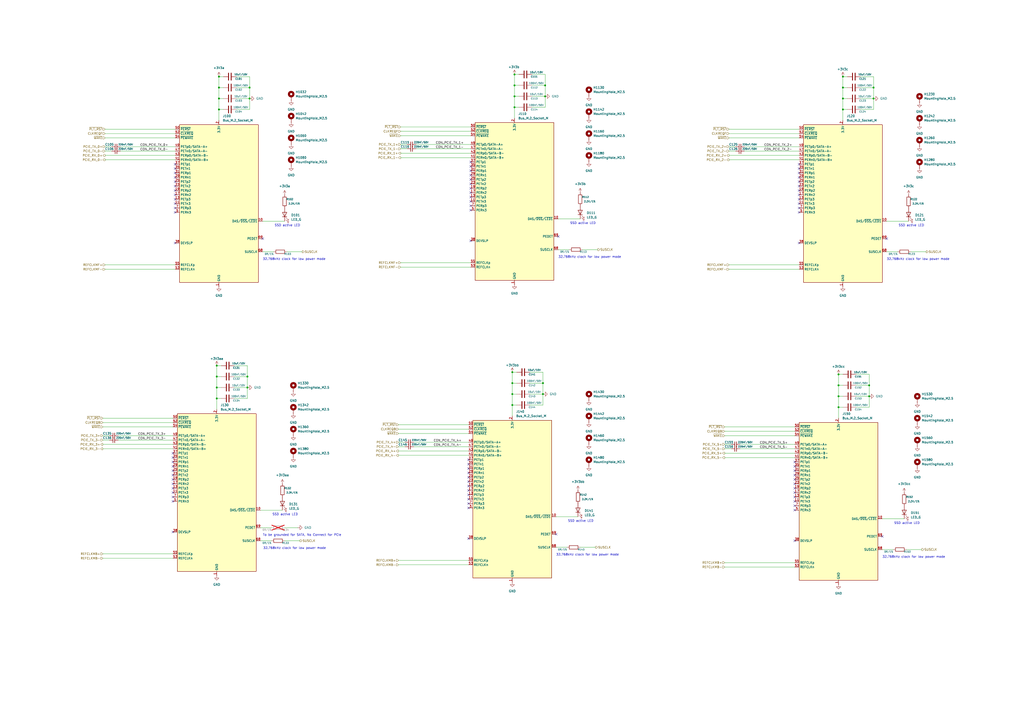
<source format=kicad_sch>
(kicad_sch (version 20231120) (generator "eeschema") (generator_version "8.0")
  (paper "A2")
  (title_block (title "nvme Carrier for LattePanda Mu") (date "2024-07-13") (rev "V1.0"))
  (junction (at 297.18 228.6))
  (junction (at 127 44.45))
  (junction (at 486.41 217.17))
  (junction (at 127 50.8))
  (junction (at 127 57.15))
  (junction (at 125.73 224.79))
  (junction (at 316.23 55.88))
  (junction (at 506.73 57.15))
  (junction (at 127 63.5))
  (junction (at 314.96 228.6))
  (junction (at 143.51 218.44))
  (junction (at 297.18 222.25))
  (junction (at 298.45 62.23))
  (junction (at 298.45 43.18))
  (junction (at 125.73 218.44))
  (junction (at 488.95 57.15))
  (junction (at 488.95 50.8))
  (junction (at 486.41 229.87))
  (junction (at 298.45 49.53))
  (junction (at 125.73 231.14))
  (junction (at 486.41 223.52))
  (junction (at 144.78 50.8))
  (junction (at 486.41 236.22))
  (junction (at 504.19 229.87))
  (junction (at 314.96 222.25))
  (junction (at 144.78 57.15))
  (junction (at 143.51 224.79))
  (junction (at 297.18 234.95))
  (junction (at 506.73 50.8))
  (junction (at 488.95 44.45))
  (junction (at 297.18 215.9))
  (junction (at 316.23 49.53))
  (junction (at 504.19 223.52))
  (junction (at 488.95 63.5))
  (junction (at 298.45 55.88))
  (junction (at 125.73 212.09))
  (no_connect (at 101.6 123.19))
  (no_connect (at 271.78 289.56))
  (no_connect (at 271.78 269.24))
  (no_connect (at 463.55 97.79))
  (no_connect (at 273.05 96.52))
  (no_connect (at 461.01 285.75))
  (no_connect (at 152.4 138.43))
  (no_connect (at 271.78 276.86))
  (no_connect (at 461.01 273.05))
  (no_connect (at 271.78 266.7))
  (no_connect (at 463.55 102.87))
  (no_connect (at 463.55 113.03))
  (no_connect (at 100.33 308.61))
  (no_connect (at 101.6 115.57))
  (no_connect (at 323.85 137.16))
  (no_connect (at 101.6 107.95))
  (no_connect (at 101.6 110.49))
  (no_connect (at 463.55 118.11))
  (no_connect (at 463.55 140.97))
  (no_connect (at 101.6 102.87))
  (no_connect (at 273.05 104.14))
  (no_connect (at 463.55 105.41))
  (no_connect (at 273.05 121.92))
  (no_connect (at 271.78 287.02))
  (no_connect (at 101.6 120.65))
  (no_connect (at 463.55 95.25))
  (no_connect (at 273.05 109.22))
  (no_connect (at 463.55 110.49))
  (no_connect (at 322.58 309.88))
  (no_connect (at 461.01 275.59))
  (no_connect (at 511.81 311.15))
  (no_connect (at 461.01 290.83))
  (no_connect (at 101.6 140.97))
  (no_connect (at 100.33 265.43))
  (no_connect (at 273.05 93.98))
  (no_connect (at 463.55 100.33))
  (no_connect (at 273.05 101.6))
  (no_connect (at 100.33 273.05))
  (no_connect (at 101.6 118.11))
  (no_connect (at 271.78 284.48))
  (no_connect (at 461.01 278.13))
  (no_connect (at 461.01 313.69))
  (no_connect (at 273.05 106.68))
  (no_connect (at 461.01 267.97))
  (no_connect (at 100.33 290.83))
  (no_connect (at 100.33 270.51))
  (no_connect (at 271.78 274.32))
  (no_connect (at 463.55 115.57))
  (no_connect (at 100.33 267.97))
  (no_connect (at 463.55 120.65))
  (no_connect (at 461.01 283.21))
  (no_connect (at 271.78 271.78))
  (no_connect (at 101.6 105.41))
  (no_connect (at 461.01 293.37))
  (no_connect (at 273.05 119.38))
  (no_connect (at 461.01 295.91))
  (no_connect (at 271.78 292.1))
  (no_connect (at 101.6 95.25))
  (no_connect (at 100.33 285.75))
  (no_connect (at 271.78 279.4))
  (no_connect (at 514.35 138.43))
  (no_connect (at 101.6 97.79))
  (no_connect (at 271.78 312.42))
  (no_connect (at 461.01 280.67))
  (no_connect (at 461.01 288.29))
  (no_connect (at 271.78 281.94))
  (no_connect (at 273.05 114.3))
  (no_connect (at 100.33 262.89))
  (no_connect (at 463.55 123.19))
  (no_connect (at 100.33 288.29))
  (no_connect (at 271.78 294.64))
  (no_connect (at 273.05 139.7))
  (no_connect (at 273.05 116.84))
  (no_connect (at 100.33 280.67))
  (no_connect (at 100.33 278.13))
  (no_connect (at 273.05 111.76))
  (no_connect (at 100.33 283.21))
  (no_connect (at 100.33 275.59))
  (no_connect (at 461.01 270.51))
  (no_connect (at 463.55 107.95))
  (no_connect (at 273.05 99.06))
  (no_connect (at 101.6 113.03))
  (no_connect (at 101.6 100.33))
  (wire (pts (xy 504.19 217.17) (xy 504.19 223.52)))
  (wire (pts (xy 308.61 49.53) (xy 316.23 49.53)))
  (wire (pts (xy 528.32 146.05) (xy 537.21 146.05)))
  (wire (pts (xy 514.35 128.27) (xy 527.05 128.27)))
  (wire (pts (xy 125.73 231.14) (xy 125.73 237.49)))
  (wire (pts (xy 307.34 215.9) (xy 314.96 215.9)))
  (wire (pts (xy 298.45 49.53) (xy 298.45 55.88)))
  (wire (pts (xy 316.23 49.53) (xy 316.23 55.88)))
  (wire (pts (xy 59.69 257.81) (xy 100.33 257.81)))
  (wire (pts (xy 486.41 236.22) (xy 486.41 242.57)))
  (wire (pts (xy 165.1 306.07) (xy 172.72 306.07)))
  (wire (pts (xy 144.78 50.8) (xy 144.78 57.15)))
  (wire (pts (xy 232.41 152.4) (xy 273.05 152.4)))
  (wire (pts (xy 491.49 63.5) (xy 488.95 63.5)))
  (wire (pts (xy 431.8 85.09) (xy 463.55 85.09)))
  (wire (pts (xy 499.11 63.5) (xy 506.73 63.5)))
  (wire (pts (xy 231.14 248.92) (xy 271.78 248.92)))
  (wire (pts (xy 232.41 88.9) (xy 273.05 88.9)))
  (wire (pts (xy 68.58 252.73) (xy 100.33 252.73)))
  (wire (pts (xy 307.34 234.95) (xy 314.96 234.95)))
  (wire (pts (xy 298.45 62.23) (xy 298.45 68.58)))
  (wire (pts (xy 60.96 87.63) (xy 64.77 87.63)))
  (wire (pts (xy 166.37 146.05) (xy 175.26 146.05)))
  (wire (pts (xy 299.72 234.95) (xy 297.18 234.95)))
  (wire (pts (xy 506.73 44.45) (xy 506.73 50.8)))
  (wire (pts (xy 151.13 313.69) (xy 157.48 313.69)))
  (wire (pts (xy 420.37 257.81) (xy 424.18 257.81)))
  (wire (pts (xy 59.69 323.85) (xy 100.33 323.85)))
  (wire (pts (xy 297.18 222.25) (xy 299.72 222.25)))
  (wire (pts (xy 488.95 50.8) (xy 488.95 57.15)))
  (wire (pts (xy 314.96 222.25) (xy 314.96 228.6)))
  (wire (pts (xy 151.13 306.07) (xy 157.48 306.07)))
  (wire (pts (xy 420.37 326.39) (xy 461.01 326.39)))
  (wire (pts (xy 429.26 260.35) (xy 461.01 260.35)))
  (wire (pts (xy 422.91 156.21) (xy 463.55 156.21)))
  (wire (pts (xy 499.11 57.15) (xy 506.73 57.15)))
  (wire (pts (xy 488.95 50.8) (xy 491.49 50.8)))
  (wire (pts (xy 486.41 229.87) (xy 486.41 236.22)))
  (wire (pts (xy 232.41 83.82) (xy 236.22 83.82)))
  (wire (pts (xy 322.58 317.5) (xy 328.93 317.5)))
  (wire (pts (xy 127 63.5) (xy 127 69.85)))
  (wire (pts (xy 59.69 321.31) (xy 100.33 321.31)))
  (wire (pts (xy 420.37 328.93) (xy 461.01 328.93)))
  (wire (pts (xy 127 50.8) (xy 127 57.15)))
  (wire (pts (xy 316.23 43.18) (xy 316.23 49.53)))
  (wire (pts (xy 127 44.45) (xy 129.54 44.45)))
  (wire (pts (xy 511.81 318.77) (xy 518.16 318.77)))
  (wire (pts (xy 59.69 260.35) (xy 100.33 260.35)))
  (wire (pts (xy 298.45 43.18) (xy 300.99 43.18)))
  (wire (pts (xy 420.37 250.19) (xy 461.01 250.19)))
  (wire (pts (xy 420.37 260.35) (xy 424.18 260.35)))
  (wire (pts (xy 232.41 154.94) (xy 273.05 154.94)))
  (wire (pts (xy 144.78 44.45) (xy 144.78 50.8)))
  (wire (pts (xy 129.54 57.15) (xy 127 57.15)))
  (wire (pts (xy 323.85 144.78) (xy 330.2 144.78)))
  (wire (pts (xy 506.73 50.8) (xy 506.73 57.15)))
  (wire (pts (xy 499.11 44.45) (xy 506.73 44.45)))
  (wire (pts (xy 125.73 218.44) (xy 125.73 224.79)))
  (wire (pts (xy 420.37 265.43) (xy 461.01 265.43)))
  (wire (pts (xy 491.49 57.15) (xy 488.95 57.15)))
  (wire (pts (xy 297.18 228.6) (xy 297.18 234.95)))
  (wire (pts (xy 231.14 246.38) (xy 271.78 246.38)))
  (wire (pts (xy 137.16 50.8) (xy 144.78 50.8)))
  (wire (pts (xy 240.03 259.08) (xy 271.78 259.08)))
  (wire (pts (xy 129.54 63.5) (xy 127 63.5)))
  (wire (pts (xy 127 44.45) (xy 127 50.8)))
  (wire (pts (xy 231.14 259.08) (xy 234.95 259.08)))
  (wire (pts (xy 125.73 224.79) (xy 125.73 231.14)))
  (wire (pts (xy 60.96 74.93) (xy 101.6 74.93)))
  (wire (pts (xy 496.57 217.17) (xy 504.19 217.17)))
  (wire (pts (xy 232.41 73.66) (xy 273.05 73.66)))
  (wire (pts (xy 308.61 55.88) (xy 316.23 55.88)))
  (wire (pts (xy 60.96 80.01) (xy 101.6 80.01)))
  (wire (pts (xy 60.96 85.09) (xy 64.77 85.09)))
  (wire (pts (xy 137.16 44.45) (xy 144.78 44.45)))
  (wire (pts (xy 300.99 55.88) (xy 298.45 55.88)))
  (wire (pts (xy 300.99 62.23) (xy 298.45 62.23)))
  (wire (pts (xy 299.72 228.6) (xy 297.18 228.6)))
  (wire (pts (xy 298.45 49.53) (xy 300.99 49.53)))
  (wire (pts (xy 240.03 256.54) (xy 271.78 256.54)))
  (wire (pts (xy 504.19 236.22) (xy 504.19 229.87)))
  (wire (pts (xy 60.96 153.67) (xy 101.6 153.67)))
  (wire (pts (xy 231.14 327.66) (xy 271.78 327.66)))
  (wire (pts (xy 336.55 317.5) (xy 345.44 317.5)))
  (wire (pts (xy 68.58 255.27) (xy 100.33 255.27)))
  (wire (pts (xy 135.89 224.79) (xy 143.51 224.79)))
  (wire (pts (xy 60.96 156.21) (xy 101.6 156.21)))
  (wire (pts (xy 232.41 86.36) (xy 236.22 86.36)))
  (wire (pts (xy 60.96 92.71) (xy 101.6 92.71)))
  (wire (pts (xy 297.18 222.25) (xy 297.18 228.6)))
  (wire (pts (xy 297.18 215.9) (xy 299.72 215.9)))
  (wire (pts (xy 486.41 217.17) (xy 486.41 223.52)))
  (wire (pts (xy 486.41 217.17) (xy 488.95 217.17)))
  (wire (pts (xy 422.91 77.47) (xy 463.55 77.47)))
  (wire (pts (xy 128.27 224.79) (xy 125.73 224.79)))
  (wire (pts (xy 488.95 229.87) (xy 486.41 229.87)))
  (wire (pts (xy 511.81 300.99) (xy 524.51 300.99)))
  (wire (pts (xy 488.95 236.22) (xy 486.41 236.22)))
  (wire (pts (xy 422.91 153.67) (xy 463.55 153.67)))
  (wire (pts (xy 59.69 245.11) (xy 100.33 245.11)))
  (wire (pts (xy 232.41 78.74) (xy 273.05 78.74)))
  (wire (pts (xy 297.18 215.9) (xy 297.18 222.25)))
  (wire (pts (xy 504.19 223.52) (xy 504.19 229.87)))
  (wire (pts (xy 59.69 242.57) (xy 100.33 242.57)))
  (wire (pts (xy 420.37 262.89) (xy 461.01 262.89)))
  (wire (pts (xy 422.91 85.09) (xy 426.72 85.09)))
  (wire (pts (xy 60.96 90.17) (xy 101.6 90.17)))
  (wire (pts (xy 297.18 234.95) (xy 297.18 241.3)))
  (wire (pts (xy 488.95 63.5) (xy 488.95 69.85)))
  (wire (pts (xy 431.8 87.63) (xy 463.55 87.63)))
  (wire (pts (xy 488.95 44.45) (xy 488.95 50.8)))
  (wire (pts (xy 241.3 83.82) (xy 273.05 83.82)))
  (wire (pts (xy 60.96 77.47) (xy 101.6 77.47)))
  (wire (pts (xy 125.73 212.09) (xy 125.73 218.44)))
  (wire (pts (xy 488.95 44.45) (xy 491.49 44.45)))
  (wire (pts (xy 127 50.8) (xy 129.54 50.8)))
  (wire (pts (xy 506.73 63.5) (xy 506.73 57.15)))
  (wire (pts (xy 337.82 144.78) (xy 346.71 144.78)))
  (wire (pts (xy 151.13 295.91) (xy 163.83 295.91)))
  (wire (pts (xy 152.4 128.27) (xy 165.1 128.27)))
  (wire (pts (xy 135.89 231.14) (xy 143.51 231.14)))
  (wire (pts (xy 232.41 76.2) (xy 273.05 76.2)))
  (wire (pts (xy 125.73 218.44) (xy 128.27 218.44)))
  (wire (pts (xy 125.73 212.09) (xy 128.27 212.09)))
  (wire (pts (xy 488.95 57.15) (xy 488.95 63.5)))
  (wire (pts (xy 232.41 91.44) (xy 273.05 91.44)))
  (wire (pts (xy 135.89 212.09) (xy 143.51 212.09)))
  (wire (pts (xy 143.51 231.14) (xy 143.51 224.79)))
  (wire (pts (xy 307.34 222.25) (xy 314.96 222.25)))
  (wire (pts (xy 231.14 261.62) (xy 271.78 261.62)))
  (wire (pts (xy 137.16 57.15) (xy 144.78 57.15)))
  (wire (pts (xy 143.51 212.09) (xy 143.51 218.44)))
  (wire (pts (xy 496.57 229.87) (xy 504.19 229.87)))
  (wire (pts (xy 241.3 86.36) (xy 273.05 86.36)))
  (wire (pts (xy 422.91 92.71) (xy 463.55 92.71)))
  (wire (pts (xy 59.69 255.27) (xy 63.5 255.27)))
  (wire (pts (xy 152.4 146.05) (xy 158.75 146.05)))
  (wire (pts (xy 231.14 264.16) (xy 271.78 264.16)))
  (wire (pts (xy 323.85 127) (xy 336.55 127)))
  (wire (pts (xy 231.14 256.54) (xy 234.95 256.54)))
  (wire (pts (xy 422.91 90.17) (xy 463.55 90.17)))
  (wire (pts (xy 298.45 55.88) (xy 298.45 62.23)))
  (wire (pts (xy 128.27 231.14) (xy 125.73 231.14)))
  (wire (pts (xy 69.85 85.09) (xy 101.6 85.09)))
  (wire (pts (xy 314.96 234.95) (xy 314.96 228.6)))
  (wire (pts (xy 135.89 218.44) (xy 143.51 218.44)))
  (wire (pts (xy 486.41 223.52) (xy 486.41 229.87)))
  (wire (pts (xy 422.91 87.63) (xy 426.72 87.63)))
  (wire (pts (xy 496.57 223.52) (xy 504.19 223.52)))
  (wire (pts (xy 496.57 236.22) (xy 504.19 236.22)))
  (wire (pts (xy 486.41 223.52) (xy 488.95 223.52)))
  (wire (pts (xy 429.26 257.81) (xy 461.01 257.81)))
  (wire (pts (xy 231.14 251.46) (xy 271.78 251.46)))
  (wire (pts (xy 137.16 63.5) (xy 144.78 63.5)))
  (wire (pts (xy 231.14 325.12) (xy 271.78 325.12)))
  (wire (pts (xy 525.78 318.77) (xy 534.67 318.77)))
  (wire (pts (xy 298.45 43.18) (xy 298.45 49.53)))
  (wire (pts (xy 308.61 43.18) (xy 316.23 43.18)))
  (wire (pts (xy 420.37 247.65) (xy 461.01 247.65)))
  (wire (pts (xy 127 57.15) (xy 127 63.5)))
  (wire (pts (xy 314.96 215.9) (xy 314.96 222.25)))
  (wire (pts (xy 165.1 313.69) (xy 173.99 313.69)))
  (wire (pts (xy 143.51 218.44) (xy 143.51 224.79)))
  (wire (pts (xy 316.23 62.23) (xy 316.23 55.88)))
  (wire (pts (xy 422.91 80.01) (xy 463.55 80.01)))
  (wire (pts (xy 499.11 50.8) (xy 506.73 50.8)))
  (wire (pts (xy 514.35 146.05) (xy 520.7 146.05)))
  (wire (pts (xy 307.34 228.6) (xy 314.96 228.6)))
  (wire (pts (xy 144.78 63.5) (xy 144.78 57.15)))
  (wire (pts (xy 59.69 252.73) (xy 63.5 252.73)))
  (wire (pts (xy 420.37 252.73) (xy 461.01 252.73)))
  (wire (pts (xy 59.69 247.65) (xy 100.33 247.65)))
  (wire (pts (xy 69.85 87.63) (xy 101.6 87.63)))
  (wire (pts (xy 308.61 62.23) (xy 316.23 62.23)))
  (wire (pts (xy 422.91 74.93) (xy 463.55 74.93)))
  (wire (pts (xy 322.58 299.72) (xy 335.28 299.72)))
  (text "SSD active LED" (at 157.988 299.212 0) (effects (font (size 1.27 1.27)) (justify left bottom)))
  (text "To be grounded for SATA, No Connect for PCIe" (at 152.4 311.15 0) (effects (font (size 1.27 1.27)) (justify left bottom)))
  (text "SSD active LED" (at 159.258 131.572 0) (effects (font (size 1.27 1.27)) (justify left bottom)))
  (text "SSD active LED" (at 329.438 303.022 0) (effects (font (size 1.27 1.27)) (justify left bottom)))
  (text "32.768kHz clock for low power mode" (at 152.4 151.13 0) (effects (font (size 1.27 1.27)) (justify left bottom)))
  (text "SSD active LED" (at 518.668 304.292 0) (effects (font (size 1.27 1.27)) (justify left bottom)))
  (text "SSD active LED" (at 521.208 131.572 0) (effects (font (size 1.27 1.27)) (justify left bottom)))
  (text "32.768kHz clock for low power mode" (at 511.81 323.85 0) (effects (font (size 1.27 1.27)) (justify left bottom)))
  (text "32.768kHz clock for low power mode" (at 322.58 322.58 0) (effects (font (size 1.27 1.27)) (justify left bottom)))
  (text "32.768kHz clock for low power mode" (at 152.654 318.77 0) (effects (font (size 1.27 1.27)) (justify left bottom)))
  (text "32.768kHz clock for low power mode" (at 514.35 151.13 0) (effects (font (size 1.27 1.27)) (justify left bottom)))
  (text "SSD active LED" (at 330.708 130.302 0) (effects (font (size 1.27 1.27)) (justify left bottom)))
  (text "32.768kHz clock for low power mode" (at 323.85 149.86 0) (effects (font (size 1.27 1.27)) (justify left bottom)))
  (label "CON_PCIE_TX_0-" (at 81.28 87.63 0))
  (label "CON_PCIE_TX_4+" (at 251.46 256.54 0))
  (label "CON_PCIE_TX_0+" (at 81.28 85.09 0))
  (label "CON_PCIE_TX_5-" (at 440.69 260.35 0))
  (label "CON_PCIE_TX_1+" (at 252.73 83.82 0))
  (label "CON_PCIE_TX_5+" (at 440.69 257.81 0))
  (label "CON_PCIE_TX_2-" (at 443.23 87.63 0))
  (label "CON_PCIE_TX_2+" (at 443.23 85.09 0))
  (label "CON_PCIE_TX_3+" (at 80.01 252.73 0))
  (label "CON_PCIE_TX_4-" (at 251.46 259.08 0))
  (label "CON_PCIE_TX_3-" (at 80.01 255.27 0))
  (label "CON_PCIE_TX_1-" (at 252.73 86.36 0))
  (hierarchical_label "SUSCLK" (shape output) (at 537.21 146.05 0))
  (hierarchical_label "REFCLKMF+" (shape input) (at 60.96 153.67 180))
  (hierarchical_label "~{WAKE}" (shape input) (at 232.41 78.74 180))
  (hierarchical_label "CLKREQF" (shape input) (at 60.96 77.47 180))
  (hierarchical_label "PCIE_TX_5-" (shape input) (at 420.37 260.35 180))
  (hierarchical_label "~{WAKE}" (shape input) (at 60.96 80.01 180))
  (hierarchical_label "PCIE_RX_5+" (shape output) (at 420.37 262.89 180))
  (hierarchical_label "~{WAKE}" (shape input) (at 231.14 251.46 180))
  (hierarchical_label "CLKREQF" (shape input) (at 232.41 76.2 180))
  (hierarchical_label "SUSCLK" (shape output) (at 175.26 146.05 0))
  (hierarchical_label "~{PLT_RST}" (shape input) (at 232.41 73.66 180))
  (hierarchical_label "~{WAKE}" (shape input) (at 422.91 80.01 180))
  (hierarchical_label "PCIE_RX_3-" (shape output) (at 59.69 260.35 180))
  (hierarchical_label "PCIE_TX_1+" (shape input) (at 232.41 83.82 180))
  (hierarchical_label "PCIE_TX_2-" (shape input) (at 422.91 87.63 180))
  (hierarchical_label "PCIE_RX_0+" (shape output) (at 60.96 90.17 180))
  (hierarchical_label "~{PLT_RST}" (shape input) (at 420.37 247.65 180))
  (hierarchical_label "REFCLKMF+" (shape input) (at 422.91 153.67 180))
  (hierarchical_label "~{PLT_RST}" (shape input) (at 59.69 242.57 180))
  (hierarchical_label "REFCLKMF-" (shape input) (at 232.41 154.94 180))
  (hierarchical_label "PCIE_RX_5-" (shape output) (at 420.37 265.43 180))
  (hierarchical_label "PCIE_RX_2+" (shape output) (at 422.91 90.17 180))
  (hierarchical_label "SUSCLK" (shape output) (at 173.99 313.69 0))
  (hierarchical_label "PCIE_TX_3+" (shape input) (at 59.69 252.73 180))
  (hierarchical_label "PCIE_RX_1+" (shape output) (at 232.41 88.9 180))
  (hierarchical_label "PCIE_RX_4+" (shape output) (at 231.14 261.62 180))
  (hierarchical_label "PCIE_TX_4+" (shape input) (at 231.14 256.54 180))
  (hierarchical_label "CLKREQB" (shape input) (at 231.14 248.92 180))
  (hierarchical_label "PCIE_TX_4-" (shape input) (at 231.14 259.08 180))
  (hierarchical_label "PCIE_RX_0-" (shape output) (at 60.96 92.71 180))
  (hierarchical_label "~{PLT_RST}" (shape input) (at 422.91 74.93 180))
  (hierarchical_label "REFCLKMB-" (shape input) (at 59.69 323.85 180))
  (hierarchical_label "REFCLKMB-" (shape input) (at 420.37 328.93 180))
  (hierarchical_label "PCIE_TX_0+" (shape input) (at 60.96 85.09 180))
  (hierarchical_label "PCIE_RX_2-" (shape output) (at 422.91 92.71 180))
  (hierarchical_label "REFCLKMF+" (shape input) (at 232.41 152.4 180))
  (hierarchical_label "CLKREQB" (shape input) (at 420.37 250.19 180))
  (hierarchical_label "PCIE_TX_0-" (shape input) (at 60.96 87.63 180))
  (hierarchical_label "PCIE_RX_1-" (shape output) (at 232.41 91.44 180))
  (hierarchical_label "REFCLKMB+" (shape input) (at 420.37 326.39 180))
  (hierarchical_label "REFCLKMB-" (shape input) (at 231.14 327.66 180))
  (hierarchical_label "REFCLKMB+" (shape input) (at 59.69 321.31 180))
  (hierarchical_label "REFCLKMB+" (shape input) (at 231.14 325.12 180))
  (hierarchical_label "PCIE_TX_3-" (shape input) (at 59.69 255.27 180))
  (hierarchical_label "PCIE_TX_5+" (shape input) (at 420.37 257.81 180))
  (hierarchical_label "SUSCLK" (shape output) (at 346.71 144.78 0))
  (hierarchical_label "REFCLKMF-" (shape input) (at 422.91 156.21 180))
  (hierarchical_label "PCIE_RX_3+" (shape output) (at 59.69 257.81 180))
  (hierarchical_label "SUSCLK" (shape output) (at 534.67 318.77 0))
  (hierarchical_label "CLKREQB" (shape input) (at 59.69 245.11 180))
  (hierarchical_label "~{PLT_RST}" (shape input) (at 60.96 74.93 180))
  (hierarchical_label "~{WAKE}" (shape input) (at 420.37 252.73 180))
  (hierarchical_label "PCIE_RX_4-" (shape output) (at 231.14 264.16 180))
  (hierarchical_label "SUSCLK" (shape output) (at 345.44 317.5 0))
  (hierarchical_label "~{PLT_RST}" (shape input) (at 231.14 246.38 180))
  (hierarchical_label "PCIE_TX_2+" (shape input) (at 422.91 85.09 180))
  (hierarchical_label "PCIE_TX_1-" (shape input) (at 232.41 86.36 180))
  (hierarchical_label "REFCLKMF-" (shape input) (at 60.96 156.21 180))
  (hierarchical_label "CLKREQF" (shape input) (at 422.91 77.47 180))
  (hierarchical_label "~{WAKE}" (shape input) (at 59.69 247.65 180))
  (symbol (lib_id "Connector:Bus_M.2_Socket_M") (at 127 118.11 0) (unit 1)
    (property "Reference" "J100" (at 129.1941 67.31 0) (effects (justify left)))
    (property "Value" "Bus_M.2_Socket_M" (at 129.1941 69.85 0) (effects (justify left)))
    (property "Footprint" "A_HDJ_Library:PCIe_M.2_Connectors_P=0.5mm_H=4.2mm_KeyM" (effects (hide yes)))
    (property "Datasheet" "https://www.te.com/de/product-1-2199230-5.datasheet.pdf" (effects (hide yes)))
    (property "MPN" "1-2199230-5" (effects (hide yes)))
  )
  (symbol (lib_id "Device:R") (at 161.29 306.07 90) (unit 1) (in_bom no) (dnp yes)
    (property "Reference" "R134" (at 167.64 307.34 90) (effects (font (size 1 1)) (justify left)))
    (property "Value" "0R/1%" (at 157.48 307.34 90) (effects (font (size 1 1)) (justify left)))
    (property "Footprint" "Resistor_SMD:R_0402_1005Metric" (effects (hide yes)))
  )
  (symbol (lib_id "power:GND") (at 314.96 228.6 90) (unit 1)
    (property "Reference" "#PWR0141" (effects (hide yes)))
    (property "Value" "GND" (at 318.77 228.6 90) (effects (justify right)))
  )
  (symbol (lib_id "Device:C") (at 492.76 217.17 270) (unit 1)
    (property "Reference" "C151" (at 497.84 218.44 90) (effects (font (size 1 1))))
    (property "Value" "10uF/10V" (at 499.11 215.9 90) (effects (font (size 1 1))))
    (property "Footprint" "A_HDJ_Library:C_0402_1005Metric" (effects (hide yes)))
    (property "Datasheet" "https://wmsc.lcsc.com/wmsc/upload/file/pdf/v2/lcsc/2312201433_Samsung-Electro-Mechanics-CL05A106MP5NUNC_C315248.pdf" (effects (hide yes)))
    (property "SCH_Show_Footprint" "C0402" (effects (hide yes)))
    (property "MPN" "CL05A106MP5NUNC" (effects (hide yes)))
  )
  (symbol (lib_id "Device:C") (at 133.35 63.5 270) (unit 1)
    (property "Reference" "C104" (at 138.43 64.77 90) (effects (font (size 1 1))))
    (property "Value" "100nF/50V" (at 139.7 62.23 90) (effects (font (size 1 1))))
    (property "Footprint" "A_HDJ_Library:C_0402_1005Metric" (effects (hide yes)))
    (property "Datasheet" "https://wmsc.lcsc.com/wmsc/upload/file/pdf/v2/lcsc/1809272047_Murata-Electronics-GRM155R71H104KE14D_C77020.pdf" (effects (hide yes)))
    (property "SCH_Show_Footprint" "C0402" (effects (hide yes)))
    (property "MPN" "GRM155R71H104KE14D" (effects (hide yes)))
  )
  (symbol (lib_id "power:+3V3") (at 486.41 217.17 0) (unit 1)
    (property "Reference" "#PWR0145" (effects (hide yes)))
    (property "Value" "+3V3cc" (at 482.6 212.598 0) (effects (justify left)))
  )
  (symbol (lib_id "Mechanical:MountingHole_Pad") (at 532.13 231.14 0) (unit 1)
    (property "Reference" "H1530" (at 534.67 228.6 0) (effects (justify left)))
    (property "Value" "MountingHole_M2.5" (at 534.67 231.14 0) (effects (justify left)))
    (property "Footprint" "MountingHole:MountingHole_2.7mm_M2.5_DIN965_Pad_TopBottom" (effects (hide yes)))
  )
  (symbol (lib_id "Device:C") (at 303.53 234.95 270) (unit 1)
    (property "Reference" "C144" (at 308.61 236.22 90) (effects (font (size 1 1))))
    (property "Value" "100nF/50V" (at 309.88 233.68 90) (effects (font (size 1 1))))
    (property "Footprint" "A_HDJ_Library:C_0402_1005Metric" (effects (hide yes)))
    (property "Datasheet" "https://wmsc.lcsc.com/wmsc/upload/file/pdf/v2/lcsc/1809272047_Murata-Electronics-GRM155R71H104KE14D_C77020.pdf" (effects (hide yes)))
    (property "SCH_Show_Footprint" "C0402" (effects (hide yes)))
    (property "MPN" "GRM155R71H104KE14D" (effects (hide yes)))
  )
  (symbol (lib_id "Mechanical:MountingHole_Pad") (at 533.4 95.25 0) (unit 1)
    (property "Reference" "H1280" (at 535.94 92.7099 0) (effects (justify left)))
    (property "Value" "MountingHole_M2.5" (at 535.94 95.2499 0) (effects (justify left)))
    (property "Footprint" "MountingHole:MountingHole_2.7mm_M2.5_DIN965_Pad_TopBottom" (effects (hide yes)))
  )
  (symbol (lib_id "Mechanical:MountingHole_Pad") (at 341.63 242.57 0) (unit 1)
    (property "Reference" "H1442" (at 344.17 240.0299 0) (effects (justify left)))
    (property "Value" "MountingHole_M2.5" (at 344.17 242.5699 0) (effects (justify left)))
    (property "Footprint" "MountingHole:MountingHole_2.7mm_M2.5_DIN965_Pad_TopBottom" (effects (hide yes)))
  )
  (symbol (lib_id "power:GND") (at 168.91 83.82 0) (unit 1)
    (property "Reference" "#PWR0157" (effects (hide yes)))
    (property "Value" "GND" (at 168.91 88.9 0))
  )
  (symbol (lib_id "power:GND") (at 504.19 229.87 90) (unit 1)
    (property "Reference" "#PWR0147" (effects (hide yes)))
    (property "Value" "GND" (at 508 229.87 90) (effects (justify right)))
  )
  (symbol (lib_id "power:GND") (at 533.4 85.09 0) (unit 1)
    (property "Reference" "#PWR0165" (effects (hide yes)))
    (property "Value" "GND" (at 533.4 90.17 0))
  )
  (symbol (lib_id "Device:R") (at 336.55 115.57 180) (unit 1)
    (property "Reference" "R112" (at 341.63 114.3 0) (effects (font (size 1 1)) (justify left)))
    (property "Value" "2.2K/1%" (at 345.44 116.84 0) (effects (font (size 1 1)) (justify left)))
    (property "Footprint" "A_HDJ_Library:R_0402_1005Metric" (effects (hide yes)))
    (property "Datasheet" "https://wmsc.lcsc.com/wmsc/upload/file/pdf/v2/lcsc/2304140030_YAGEO-RC0402FR-072K2L_C114762.pdf" (effects (hide yes)))
    (property "MPN" "RC0402FR-072K2L" (effects (hide yes)))
  )
  (symbol (lib_id "Device:C_Small") (at 238.76 86.36 90) (unit 1)
    (property "Reference" "C116" (at 237.49 85.09 90) (effects (justify left)))
    (property "Value" "220nF/50V" (at 240.03 85.09 90) (effects (font (size 1 1)) (justify right)))
    (property "Footprint" "A_HDJ_Library:C_0402_1005Metric" (effects (hide yes)))
    (property "Datasheet" "https://wmsc.lcsc.com/wmsc/upload/file/pdf/v2/lcsc/2209081730_Murata-Electronics-GRM155R61H224KE01D_C5159775.pdf" (effects (hide yes)))
    (property "SCH_Show_Footprint" "C0402" (effects (hide yes)))
    (property "MPN" "GRM155R61H224KE01D" (effects (hide yes)))
    (instances (project "nvme Carrier for LattePanda Mu" (path "" (reference "C116") (unit 1))) (project "LPM-PCIeEx" (path "" (reference "C?") (unit 1))))
  )
  (symbol (lib_id "Device:C") (at 492.76 223.52 270) (unit 1)
    (property "Reference" "C152" (at 497.84 224.79 90) (effects (font (size 1 1))))
    (property "Value" "100nF/50V" (at 499.11 222.25 90) (effects (font (size 1 1))))
    (property "Footprint" "A_HDJ_Library:C_0402_1005Metric" (effects (hide yes)))
    (property "Datasheet" "https://wmsc.lcsc.com/wmsc/upload/file/pdf/v2/lcsc/1809272047_Murata-Electronics-GRM155R71H104KE14D_C77020.pdf" (effects (hide yes)))
    (property "SCH_Show_Footprint" "C0402" (effects (hide yes)))
    (property "MPN" "GRM155R71H104KE14D" (effects (hide yes)))
  )
  (symbol (lib_id "Device:C_Small") (at 66.04 255.27 90) (unit 1)
    (property "Reference" "C136" (at 64.77 254 90) (effects (justify left)))
    (property "Value" "220nF/50V" (at 67.31 254 90) (effects (font (size 1 1)) (justify right)))
    (property "Footprint" "A_HDJ_Library:C_0402_1005Metric" (effects (hide yes)))
    (property "Datasheet" "https://wmsc.lcsc.com/wmsc/upload/file/pdf/v2/lcsc/2209081730_Murata-Electronics-GRM155R61H224KE01D_C5159775.pdf" (effects (hide yes)))
    (property "SCH_Show_Footprint" "C0402" (effects (hide yes)))
    (property "MPN" "GRM155R61H224KE01D" (effects (hide yes)))
  )
  (symbol (lib_id "Device:C") (at 495.3 57.15 270) (unit 1)
    (property "Reference" "C123" (at 500.38 58.42 90) (effects (font (size 1 1))))
    (property "Value" "10uF/10V" (at 501.65 55.88 90) (effects (font (size 1 1))))
    (property "Footprint" "A_HDJ_Library:C_0402_1005Metric" (effects (hide yes)))
    (property "Datasheet" "https://wmsc.lcsc.com/wmsc/upload/file/pdf/v2/lcsc/2312201433_Samsung-Electro-Mechanics-CL05A106MP5NUNC_C315248.pdf" (effects (hide yes)))
    (property "SCH_Show_Footprint" "C0402" (effects (hide yes)))
    (property "MPN" "CL05A106MP5NUNC" (effects (hide yes)))
  )
  (symbol (lib_id "power:+3V3") (at 165.1 113.03 0) (unit 1)
    (property "Reference" "#PWR0124" (effects (hide yes)))
    (property "Value" "+3V3a" (at 165.1 107.95 0))
  )
  (symbol (lib_id "power:GND") (at 168.91 58.42 0) (unit 1)
    (property "Reference" "#PWR070" (effects (hide yes)))
    (property "Value" "GND" (at 168.91 63.5 0))
  )
  (symbol (lib_id "power:+3V3") (at 335.28 284.48 0) (unit 1)
    (property "Reference" "#PWR0142" (effects (hide yes)))
    (property "Value" "+3V3bb" (at 335.28 279.4 0))
  )
  (symbol (lib_id "Connector:Bus_M.2_Socket_M") (at 486.41 290.83 0) (unit 1)
    (property "Reference" "J150" (at 488.6041 240.03 0) (effects (justify left)))
    (property "Value" "Bus_M.2_Socket_M" (at 488.6041 242.57 0) (effects (justify left)))
    (property "Footprint" "A_HDJ_Library:PCIe_M.2_Connectors_P=0.5mm_H=4.2mm_KeyM" (effects (hide yes)))
    (property "Datasheet" "https://www.te.com/de/product-1-2199230-5.datasheet.pdf" (effects (hide yes)))
    (property "MPN" "1-2199230-5" (effects (hide yes)))
  )
  (symbol (lib_id "Device:C") (at 304.8 55.88 270) (unit 1)
    (property "Reference" "C113" (at 309.88 57.15 90) (effects (font (size 1 1))))
    (property "Value" "10uF/10V" (at 311.15 54.61 90) (effects (font (size 1 1))))
    (property "Footprint" "A_HDJ_Library:C_0402_1005Metric" (effects (hide yes)))
    (property "Datasheet" "https://wmsc.lcsc.com/wmsc/upload/file/pdf/v2/lcsc/2312201433_Samsung-Electro-Mechanics-CL05A106MP5NUNC_C315248.pdf" (effects (hide yes)))
    (property "SCH_Show_Footprint" "C0402" (effects (hide yes)))
    (property "MPN" "CL05A106MP5NUNC" (effects (hide yes)))
  )
  (symbol (lib_id "Connector:Bus_M.2_Socket_M") (at 125.73 285.75 0) (unit 1)
    (property "Reference" "J130" (at 127.9241 234.95 0) (effects (justify left)))
    (property "Value" "Bus_M.2_Socket_M" (at 127.9241 237.49 0) (effects (justify left)))
    (property "Footprint" "A_HDJ_Library:PCIe_M.2_Connectors_P=0.5mm_H=4.2mm_KeyM" (effects (hide yes)))
    (property "Datasheet" "https://www.te.com/de/product-1-2199230-5.datasheet.pdf" (effects (hide yes)))
    (property "MPN" "1-2199230-5" (effects (hide yes)))
  )
  (symbol (lib_id "Device:C") (at 133.35 44.45 270) (unit 1)
    (property "Reference" "C101" (at 138.43 45.72 90) (effects (font (size 1 1))))
    (property "Value" "10uF/10V" (at 139.7 43.18 90) (effects (font (size 1 1))))
    (property "Footprint" "A_HDJ_Library:C_0402_1005Metric" (effects (hide yes)))
    (property "Datasheet" "https://wmsc.lcsc.com/wmsc/upload/file/pdf/v2/lcsc/2312201433_Samsung-Electro-Mechanics-CL05A106MP5NUNC_C315248.pdf" (effects (hide yes)))
    (property "SCH_Show_Footprint" "C0402" (effects (hide yes)))
    (property "MPN" "CL05A106MP5NUNC" (effects (hide yes)))
  )
  (symbol (lib_id "power:GND") (at 170.18 240.03 0) (unit 1)
    (property "Reference" "#PWR0168" (effects (hide yes)))
    (property "Value" "GND" (at 170.18 245.11 0))
  )
  (symbol (lib_id "Device:R") (at 524.51 146.05 90) (unit 1)
    (property "Reference" "R123" (at 530.86 147.32 90) (effects (font (size 1 1)) (justify left)))
    (property "Value" "0R/1%" (at 520.7 147.32 90) (effects (font (size 1 1)) (justify left)))
    (property "Footprint" "A_HDJ_Library:R_0402_1005Metric" (effects (hide yes)))
    (property "Datasheet" "https://wmsc.lcsc.com/wmsc/upload/file/pdf/v2/lcsc/2304140030_TyoHM-RMC-0402-0R-N_C325377.pdf" (effects (hide yes)))
    (property "MPN" "RMC 0402 0R N" (effects (hide yes)))
  )
  (symbol (lib_id "Device:C") (at 132.08 224.79 270) (unit 1)
    (property "Reference" "C133" (at 137.16 226.06 90) (effects (font (size 1 1))))
    (property "Value" "10uF/10V" (at 138.43 223.52 90) (effects (font (size 1 1))))
    (property "Footprint" "A_HDJ_Library:C_0402_1005Metric" (effects (hide yes)))
    (property "Datasheet" "https://wmsc.lcsc.com/wmsc/upload/file/pdf/v2/lcsc/2312201433_Samsung-Electro-Mechanics-CL05A106MP5NUNC_C315248.pdf" (effects (hide yes)))
    (property "SCH_Show_Footprint" "C0402" (effects (hide yes)))
    (property "MPN" "CL05A106MP5NUNC" (effects (hide yes)))
  )
  (symbol (lib_id "Device:LED") (at 335.28 295.91 90) (unit 1)
    (property "Reference" "D141" (at 339.09 296.2274 90) (effects (justify right)))
    (property "Value" "LED_G" (at 339.09 298.7674 90) (effects (justify right)))
    (property "Footprint" "A_HDJ_Library:LED_0603_1608Metric" (effects (hide yes)))
    (property "Datasheet" "https://wmsc.lcsc.com/wmsc/upload/file/pdf/v2/lcsc/1912111437_Yongyu-Photoelectric-SZYY0603YG_C434423.pdf" (effects (hide yes)))
    (property "SCH_Show_Footprint" "LED0603" (effects (hide yes)))
    (property "MPN" "SZYY0603YG" (effects (hide yes)))
  )
  (symbol (lib_id "Mechanical:MountingHole_Pad") (at 341.63 267.97 0) (unit 1)
    (property "Reference" "H1480" (at 344.17 265.4299 0) (effects (justify left)))
    (property "Value" "MountingHole_M2.5" (at 344.17 267.9699 0) (effects (justify left)))
    (property "Footprint" "MountingHole:MountingHole_2.7mm_M2.5_DIN965_Pad_TopBottom" (effects (hide yes)))
  )
  (symbol (lib_id "power:GND") (at 170.18 265.43 0) (unit 1)
    (property "Reference" "#PWR0170" (effects (hide yes)))
    (property "Value" "GND" (at 170.18 270.51 0))
  )
  (symbol (lib_id "power:GND") (at 168.91 96.52 0) (unit 1)
    (property "Reference" "#PWR0158" (effects (hide yes)))
    (property "Value" "GND" (at 168.91 101.6 0))
  )
  (symbol (lib_id "power:GND") (at 316.23 55.88 90) (unit 1)
    (property "Reference" "#PWR067" (effects (hide yes)))
    (property "Value" "GND" (at 320.04 55.88 90) (effects (justify right)))
  )
  (symbol (lib_id "Mechanical:MountingHole_Pad") (at 168.91 93.98 0) (unit 1)
    (property "Reference" "H1080" (at 171.45 91.4399 0) (effects (justify left)))
    (property "Value" "MountingHole_M2.5" (at 171.45 93.9799 0) (effects (justify left)))
    (property "Footprint" "MountingHole:MountingHole_2.7mm_M2.5_DIN965_Pad_TopBottom" (effects (hide yes)))
  )
  (symbol (lib_id "Device:LED") (at 336.55 123.19 90) (unit 1)
    (property "Reference" "D111" (at 340.36 123.5074 90) (effects (justify right)))
    (property "Value" "LED_G" (at 340.36 126.0474 90) (effects (justify right)))
    (property "Footprint" "A_HDJ_Library:LED_0603_1608Metric" (effects (hide yes)))
    (property "Datasheet" "https://wmsc.lcsc.com/wmsc/upload/file/pdf/v2/lcsc/1912111437_Yongyu-Photoelectric-SZYY0603YG_C434423.pdf" (effects (hide yes)))
    (property "SCH_Show_Footprint" "LED0603" (effects (hide yes)))
    (property "MPN" "SZYY0603YG" (effects (hide yes)))
  )
  (symbol (lib_id "power:GND") (at 341.63 93.98 0) (unit 1)
    (property "Reference" "#PWR0162" (effects (hide yes)))
    (property "Value" "GND" (at 341.63 99.06 0))
  )
  (symbol (lib_id "power:GND") (at 532.13 233.68 0) (unit 1)
    (property "Reference" "#PWR0175" (effects (hide yes)))
    (property "Value" "GND" (at 532.13 238.76 0))
  )
  (symbol (lib_id "Mechanical:MountingHole_Pad") (at 341.63 53.34 0) (unit 1)
    (property "Reference" "H1130" (at 344.17 50.8 0) (effects (justify left)))
    (property "Value" "MountingHole_M2.5" (at 344.17 53.34 0) (effects (justify left)))
    (property "Footprint" "MountingHole:MountingHole_2.7mm_M2.5_DIN965_Pad_TopBottom" (effects (hide yes)))
  )
  (symbol (lib_id "Mechanical:MountingHole_Pad") (at 532.13 256.54 0) (unit 1)
    (property "Reference" "H1560" (at 534.67 253.9999 0) (effects (justify left)))
    (property "Value" "MountingHole_M2.5" (at 534.67 256.5399 0) (effects (justify left)))
    (property "Footprint" "MountingHole:MountingHole_2.7mm_M2.5_DIN965_Pad_TopBottom" (effects (hide yes)))
  )
  (symbol (lib_id "power:+3V3") (at 524.51 285.75 0) (unit 1)
    (property "Reference" "#PWR0148" (effects (hide yes)))
    (property "Value" "+3V3cc" (at 524.51 280.67 0))
  )
  (symbol (lib_id "Device:R") (at 163.83 284.48 180) (unit 1)
    (property "Reference" "R132" (at 168.91 283.21 0) (effects (font (size 1 1)) (justify left)))
    (property "Value" "2.2K/1%" (at 172.72 285.75 0) (effects (font (size 1 1)) (justify left)))
    (property "Footprint" "A_HDJ_Library:R_0402_1005Metric" (effects (hide yes)))
    (property "Datasheet" "https://wmsc.lcsc.com/wmsc/upload/file/pdf/v2/lcsc/2304140030_YAGEO-RC0402FR-072K2L_C114762.pdf" (effects (hide yes)))
    (property "MPN" "RC0402FR-072K2L" (effects (hide yes)))
  )
  (symbol (lib_id "power:GND") (at 532.13 271.78 0) (unit 1)
    (property "Reference" "#PWR0178" (effects (hide yes)))
    (property "Value" "GND" (at 532.13 276.86 0))
  )
  (symbol (lib_id "Device:R") (at 161.29 313.69 90) (unit 1)
    (property "Reference" "R133" (at 167.64 314.96 90) (effects (font (size 1 1)) (justify left)))
    (property "Value" "0R/1%" (at 157.48 314.96 90) (effects (font (size 1 1)) (justify left)))
    (property "Footprint" "A_HDJ_Library:R_0402_1005Metric" (effects (hide yes)))
    (property "Datasheet" "https://wmsc.lcsc.com/wmsc/upload/file/pdf/v2/lcsc/2304140030_TyoHM-RMC-0402-0R-N_C325377.pdf" (effects (hide yes)))
    (property "MPN" "RMC 0402 0R N" (effects (hide yes)))
  )
  (symbol (lib_id "Device:R") (at 332.74 317.5 90) (unit 1)
    (property "Reference" "R143" (at 339.09 318.77 90) (effects (font (size 1 1)) (justify left)))
    (property "Value" "0R/1%" (at 328.93 318.77 90) (effects (font (size 1 1)) (justify left)))
    (property "Footprint" "A_HDJ_Library:R_0402_1005Metric" (effects (hide yes)))
    (property "Datasheet" "https://wmsc.lcsc.com/wmsc/upload/file/pdf/v2/lcsc/2304140030_TyoHM-RMC-0402-0R-N_C325377.pdf" (effects (hide yes)))
    (property "MPN" "RMC 0402 0R N" (effects (hide yes)))
  )
  (symbol (lib_id "Device:C") (at 133.35 50.8 270) (unit 1)
    (property "Reference" "C102" (at 138.43 52.07 90) (effects (font (size 1 1))))
    (property "Value" "100nF/50V" (at 139.7 49.53 90) (effects (font (size 1 1))))
    (property "Footprint" "A_HDJ_Library:C_0402_1005Metric" (effects (hide yes)))
    (property "Datasheet" "https://wmsc.lcsc.com/wmsc/upload/file/pdf/v2/lcsc/1809272047_Murata-Electronics-GRM155R71H104KE14D_C77020.pdf" (effects (hide yes)))
    (property "SCH_Show_Footprint" "C0402" (effects (hide yes)))
    (property "MPN" "GRM155R71H104KE14D" (effects (hide yes)))
  )
  (symbol (lib_id "power:GND") (at 168.91 71.12 0) (unit 1)
    (property "Reference" "#PWR071" (effects (hide yes)))
    (property "Value" "GND" (at 168.91 76.2 0))
  )
  (symbol (lib_id "power:GND") (at 486.41 339.09 0) (unit 1)
    (property "Reference" "#PWR0146" (effects (hide yes)))
    (property "Value" "GND" (at 486.41 344.17 0))
  )
  (symbol (lib_id "power:GND") (at 488.95 166.37 0) (unit 1)
    (property "Reference" "#PWR0128" (effects (hide yes)))
    (property "Value" "GND" (at 488.95 171.45 0))
  )
  (symbol (lib_id "Device:C") (at 303.53 215.9 270) (unit 1)
    (property "Reference" "C141" (at 308.61 217.17 90) (effects (font (size 1 1))))
    (property "Value" "10uF/10V" (at 309.88 214.63 90) (effects (font (size 1 1))))
    (property "Footprint" "A_HDJ_Library:C_0402_1005Metric" (effects (hide yes)))
    (property "Datasheet" "https://wmsc.lcsc.com/wmsc/upload/file/pdf/v2/lcsc/2312201433_Samsung-Electro-Mechanics-CL05A106MP5NUNC_C315248.pdf" (effects (hide yes)))
    (property "SCH_Show_Footprint" "C0402" (effects (hide yes)))
    (property "MPN" "CL05A106MP5NUNC" (effects (hide yes)))
  )
  (symbol (lib_id "Device:R") (at 524.51 289.56 180) (unit 1)
    (property "Reference" "R152" (at 529.59 288.29 0) (effects (font (size 1 1)) (justify left)))
    (property "Value" "2.2K/1%" (at 533.4 290.83 0) (effects (font (size 1 1)) (justify left)))
    (property "Footprint" "A_HDJ_Library:R_0402_1005Metric" (effects (hide yes)))
    (property "Datasheet" "https://wmsc.lcsc.com/wmsc/upload/file/pdf/v2/lcsc/2304140030_YAGEO-RC0402FR-072K2L_C114762.pdf" (effects (hide yes)))
    (property "MPN" "RC0402FR-072K2L" (effects (hide yes)))
  )
  (symbol (lib_id "Device:C") (at 492.76 236.22 270) (unit 1)
    (property "Reference" "C154" (at 497.84 237.49 90) (effects (font (size 1 1))))
    (property "Value" "100nF/50V" (at 499.11 234.95 90) (effects (font (size 1 1))))
    (property "Footprint" "A_HDJ_Library:C_0402_1005Metric" (effects (hide yes)))
    (property "Datasheet" "https://wmsc.lcsc.com/wmsc/upload/file/pdf/v2/lcsc/1809272047_Murata-Electronics-GRM155R71H104KE14D_C77020.pdf" (effects (hide yes)))
    (property "SCH_Show_Footprint" "C0402" (effects (hide yes)))
    (property "MPN" "GRM155R71H104KE14D" (effects (hide yes)))
  )
  (symbol (lib_id "power:GND") (at 532.13 259.08 0) (unit 1)
    (property "Reference" "#PWR0177" (effects (hide yes)))
    (property "Value" "GND" (at 532.13 264.16 0))
  )
  (symbol (lib_id "power:GND") (at 341.63 81.28 0) (unit 1)
    (property "Reference" "#PWR0161" (effects (hide yes)))
    (property "Value" "GND" (at 341.63 86.36 0))
  )
  (symbol (lib_id "Device:C") (at 304.8 49.53 270) (unit 1)
    (property "Reference" "C112" (at 309.88 50.8 90) (effects (font (size 1 1))))
    (property "Value" "100nF/50V" (at 311.15 48.26 90) (effects (font (size 1 1))))
    (property "Footprint" "A_HDJ_Library:C_0402_1005Metric" (effects (hide yes)))
    (property "Datasheet" "https://wmsc.lcsc.com/wmsc/upload/file/pdf/v2/lcsc/1809272047_Murata-Electronics-GRM155R71H104KE14D_C77020.pdf" (effects (hide yes)))
    (property "SCH_Show_Footprint" "C0402" (effects (hide yes)))
    (property "MPN" "GRM155R71H104KE14D" (effects (hide yes)))
  )
  (symbol (lib_id "Device:C") (at 132.08 218.44 270) (unit 1)
    (property "Reference" "C132" (at 137.16 219.71 90) (effects (font (size 1 1))))
    (property "Value" "100nF/50V" (at 138.43 217.17 90) (effects (font (size 1 1))))
    (property "Footprint" "A_HDJ_Library:C_0402_1005Metric" (effects (hide yes)))
    (property "Datasheet" "https://wmsc.lcsc.com/wmsc/upload/file/pdf/v2/lcsc/1809272047_Murata-Electronics-GRM155R71H104KE14D_C77020.pdf" (effects (hide yes)))
    (property "SCH_Show_Footprint" "C0402" (effects (hide yes)))
    (property "MPN" "GRM155R71H104KE14D" (effects (hide yes)))
  )
  (symbol (lib_id "power:GND") (at 298.45 165.1 0) (unit 1)
    (property "Reference" "#PWR066" (effects (hide yes)))
    (property "Value" "GND" (at 298.45 170.18 0))
  )
  (symbol (lib_id "Device:C_Small") (at 429.26 85.09 90) (unit 1)
    (property "Reference" "C125" (at 427.99 83.82 90) (effects (justify left)))
    (property "Value" "220nF/50V" (at 430.53 83.82 90) (effects (font (size 1 1)) (justify right)))
    (property "Footprint" "A_HDJ_Library:C_0402_1005Metric" (effects (hide yes)))
    (property "Datasheet" "https://wmsc.lcsc.com/wmsc/upload/file/pdf/v2/lcsc/2209081730_Murata-Electronics-GRM155R61H224KE01D_C5159775.pdf" (effects (hide yes)))
    (property "SCH_Show_Footprint" "C0402" (effects (hide yes)))
    (property "MPN" "GRM155R61H224KE01D" (effects (hide yes)))
  )
  (symbol (lib_id "power:GND") (at 341.63 68.58 0) (unit 1)
    (property "Reference" "#PWR0160" (effects (hide yes)))
    (property "Value" "GND" (at 341.63 73.66 0))
  )
  (symbol (lib_id "Mechanical:MountingHole_Pad") (at 170.18 250.19 0) (unit 1)
    (property "Reference" "H1360" (at 172.72 247.6499 0) (effects (justify left)))
    (property "Value" "MountingHole_M2.5" (at 172.72 250.1899 0) (effects (justify left)))
    (property "Footprint" "MountingHole:MountingHole_2.7mm_M2.5_DIN965_Pad_TopBottom" (effects (hide yes)))
  )
  (symbol (lib_id "Connector:Bus_M.2_Socket_M") (at 297.18 289.56 0) (unit 1)
    (property "Reference" "J140" (at 299.3741 238.76 0) (effects (justify left)))
    (property "Value" "Bus_M.2_Socket_M" (at 299.3741 241.3 0) (effects (justify left)))
    (property "Footprint" "A_HDJ_Library:PCIe_M.2_Connectors_P=0.5mm_H=4.2mm_KeyM" (effects (hide yes)))
    (property "Datasheet" "https://www.te.com/de/product-1-2199230-5.datasheet.pdf" (effects (hide yes)))
    (property "MPN" "1-2199230-5" (effects (hide yes)))
  )
  (symbol (lib_id "Mechanical:MountingHole_Pad") (at 532.13 269.24 0) (unit 1)
    (property "Reference" "H1580" (at 534.67 266.6999 0) (effects (justify left)))
    (property "Value" "MountingHole_M2.5" (at 534.67 269.2399 0) (effects (justify left)))
    (property "Footprint" "MountingHole:MountingHole_2.7mm_M2.5_DIN965_Pad_TopBottom" (effects (hide yes)))
  )
  (symbol (lib_id "Mechanical:MountingHole_Pad") (at 170.18 237.49 0) (unit 1)
    (property "Reference" "H1342" (at 172.72 234.9499 0) (effects (justify left)))
    (property "Value" "MountingHole_M2.5" (at 172.72 237.4899 0) (effects (justify left)))
    (property "Footprint" "MountingHole:MountingHole_2.7mm_M2.5_DIN965_Pad_TopBottom" (effects (hide yes)))
  )
  (symbol (lib_id "Mechanical:MountingHole_Pad") (at 532.13 243.84 0) (unit 1)
    (property "Reference" "H1542" (at 534.67 241.2999 0) (effects (justify left)))
    (property "Value" "MountingHole_M2.5" (at 534.67 243.8399 0) (effects (justify left)))
    (property "Footprint" "MountingHole:MountingHole_2.7mm_M2.5_DIN965_Pad_TopBottom" (effects (hide yes)))
  )
  (symbol (lib_id "power:GND") (at 144.78 57.15 90) (unit 1)
    (property "Reference" "#PWR0123" (effects (hide yes)))
    (property "Value" "GND" (at 148.59 57.15 90) (effects (justify right)))
  )
  (symbol (lib_id "power:GND") (at 341.63 270.51 0) (unit 1)
    (property "Reference" "#PWR0174" (effects (hide yes)))
    (property "Value" "GND" (at 341.63 275.59 0))
  )
  (symbol (lib_id "Device:LED") (at 524.51 297.18 90) (unit 1)
    (property "Reference" "D151" (at 528.32 297.4974 90) (effects (justify right)))
    (property "Value" "LED_G" (at 528.32 300.0374 90) (effects (justify right)))
    (property "Footprint" "A_HDJ_Library:LED_0603_1608Metric" (effects (hide yes)))
    (property "Datasheet" "https://wmsc.lcsc.com/wmsc/upload/file/pdf/v2/lcsc/1912111437_Yongyu-Photoelectric-SZYY0603YG_C434423.pdf" (effects (hide yes)))
    (property "SCH_Show_Footprint" "LED0603" (effects (hide yes)))
    (property "MPN" "SZYY0603YG" (effects (hide yes)))
  )
  (symbol (lib_id "power:+3V3") (at 163.83 280.67 0) (unit 1)
    (property "Reference" "#PWR0136" (effects (hide yes)))
    (property "Value" "+3V3aa" (at 163.83 275.59 0))
  )
  (symbol (lib_id "power:GND") (at 341.63 257.81 0) (unit 1)
    (property "Reference" "#PWR0173" (effects (hide yes)))
    (property "Value" "GND" (at 341.63 262.89 0))
  )
  (symbol (lib_id "Device:C_Small") (at 238.76 83.82 90) (unit 1)
    (property "Reference" "C115" (at 237.49 82.55 90) (effects (justify left)))
    (property "Value" "220nF/50V" (at 240.03 82.55 90) (effects (font (size 1 1)) (justify right)))
    (property "Footprint" "A_HDJ_Library:C_0402_1005Metric" (effects (hide yes)))
    (property "Datasheet" "https://wmsc.lcsc.com/wmsc/upload/file/pdf/v2/lcsc/2209081730_Murata-Electronics-GRM155R61H224KE01D_C5159775.pdf" (effects (hide yes)))
    (property "SCH_Show_Footprint" "C0402" (effects (hide yes)))
    (property "MPN" "GRM155R61H224KE01D" (effects (hide yes)))
    (instances (project "nvme Carrier for LattePanda Mu" (path "" (reference "C115") (unit 1))) (project "LPM-PCIeEx" (path "" (reference "C?") (unit 1))))
  )
  (symbol (lib_id "Device:LED") (at 165.1 124.46 90) (unit 1)
    (property "Reference" "D101" (at 168.91 124.7774 90) (effects (justify right)))
    (property "Value" "LED_G" (at 168.91 127.3174 90) (effects (justify right)))
    (property "Footprint" "A_HDJ_Library:LED_0603_1608Metric" (effects (hide yes)))
    (property "Datasheet" "https://wmsc.lcsc.com/wmsc/upload/file/pdf/v2/lcsc/1912111437_Yongyu-Photoelectric-SZYY0603YG_C434423.pdf" (effects (hide yes)))
    (property "SCH_Show_Footprint" "LED0603" (effects (hide yes)))
    (property "MPN" "SZYY0603YG" (effects (hide yes)))
  )
  (symbol (lib_id "Device:LED") (at 527.05 124.46 90) (unit 1)
    (property "Reference" "D121" (at 530.86 124.7774 90) (effects (justify right)))
    (property "Value" "LED_G" (at 530.86 127.3174 90) (effects (justify right)))
    (property "Footprint" "A_HDJ_Library:LED_0603_1608Metric" (effects (hide yes)))
    (property "Datasheet" "https://wmsc.lcsc.com/wmsc/upload/file/pdf/v2/lcsc/1912111437_Yongyu-Photoelectric-SZYY0603YG_C434423.pdf" (effects (hide yes)))
    (property "SCH_Show_Footprint" "LED0603" (effects (hide yes)))
    (property "MPN" "SZYY0603YG" (effects (hide yes)))
  )
  (symbol (lib_id "power:GND") (at 341.63 55.88 0) (unit 1)
    (property "Reference" "#PWR0159" (effects (hide yes)))
    (property "Value" "GND" (at 341.63 60.96 0))
  )
  (symbol (lib_id "Mechanical:MountingHole_Pad") (at 170.18 262.89 0) (unit 1)
    (property "Reference" "H1380" (at 172.72 260.3499 0) (effects (justify left)))
    (property "Value" "MountingHole_M2.5" (at 172.72 262.8899 0) (effects (justify left)))
    (property "Footprint" "MountingHole:MountingHole_2.7mm_M2.5_DIN965_Pad_TopBottom" (effects (hide yes)))
  )
  (symbol (lib_id "Mechanical:MountingHole_Pad") (at 341.63 91.44 0) (unit 1)
    (property "Reference" "H1180" (at 344.17 88.8999 0) (effects (justify left)))
    (property "Value" "MountingHole_M2.5" (at 344.17 91.4399 0) (effects (justify left)))
    (property "Footprint" "MountingHole:MountingHole_2.7mm_M2.5_DIN965_Pad_TopBottom" (effects (hide yes)))
  )
  (symbol (lib_id "Mechanical:MountingHole_Pad") (at 168.91 68.58 0) (unit 1)
    (property "Reference" "H1042" (at 171.45 66.0399 0) (effects (justify left)))
    (property "Value" "MountingHole_M2.5" (at 171.45 68.5799 0) (effects (justify left)))
    (property "Footprint" "MountingHole:MountingHole_2.7mm_M2.5_DIN965_Pad_TopBottom" (effects (hide yes)))
  )
  (symbol (lib_id "power:GND") (at 533.4 72.39 0) (unit 1)
    (property "Reference" "#PWR0164" (effects (hide yes)))
    (property "Value" "GND" (at 533.4 77.47 0))
  )
  (symbol (lib_id "Device:R") (at 162.56 146.05 90) (unit 1)
    (property "Reference" "R103" (at 168.91 147.32 90) (effects (font (size 1 1)) (justify left)))
    (property "Value" "0R/1%" (at 158.75 147.32 90) (effects (font (size 1 1)) (justify left)))
    (property "Footprint" "A_HDJ_Library:R_0402_1005Metric" (effects (hide yes)))
    (property "Datasheet" "https://wmsc.lcsc.com/wmsc/upload/file/pdf/v2/lcsc/2304140030_TyoHM-RMC-0402-0R-N_C325377.pdf" (effects (hide yes)))
    (property "MPN" "RMC 0402 0R N" (effects (hide yes)))
  )
  (symbol (lib_id "Device:C_Small") (at 237.49 259.08 90) (unit 1)
    (property "Reference" "C146" (at 236.22 257.81 90) (effects (justify left)))
    (property "Value" "220nF/50V" (at 238.76 257.81 90) (effects (font (size 1 1)) (justify right)))
    (property "Footprint" "A_HDJ_Library:C_0402_1005Metric" (effects (hide yes)))
    (property "Datasheet" "https://wmsc.lcsc.com/wmsc/upload/file/pdf/v2/lcsc/2209081730_Murata-Electronics-GRM155R61H224KE01D_C5159775.pdf" (effects (hide yes)))
    (property "SCH_Show_Footprint" "C0402" (effects (hide yes)))
    (property "MPN" "GRM155R61H224KE01D" (effects (hide yes)))
  )
  (symbol (lib_id "Device:C") (at 495.3 63.5 270) (unit 1)
    (property "Reference" "C124" (at 500.38 64.77 90) (effects (font (size 1 1))))
    (property "Value" "100nF/50V" (at 501.65 62.23 90) (effects (font (size 1 1))))
    (property "Footprint" "A_HDJ_Library:C_0402_1005Metric" (effects (hide yes)))
    (property "Datasheet" "https://wmsc.lcsc.com/wmsc/upload/file/pdf/v2/lcsc/1809272047_Murata-Electronics-GRM155R71H104KE14D_C77020.pdf" (effects (hide yes)))
    (property "SCH_Show_Footprint" "C0402" (effects (hide yes)))
    (property "MPN" "GRM155R71H104KE14D" (effects (hide yes)))
  )
  (symbol (lib_id "Device:C_Small") (at 67.31 85.09 90) (unit 1)
    (property "Reference" "C105" (at 66.04 83.82 90) (effects (justify left)))
    (property "Value" "220nF/50V" (at 68.58 83.82 90) (effects (font (size 1 1)) (justify right)))
    (property "Footprint" "A_HDJ_Library:C_0402_1005Metric" (effects (hide yes)))
    (property "Datasheet" "https://wmsc.lcsc.com/wmsc/upload/file/pdf/v2/lcsc/2209081730_Murata-Electronics-GRM155R61H224KE01D_C5159775.pdf" (effects (hide yes)))
    (property "SCH_Show_Footprint" "C0402" (effects (hide yes)))
    (property "MPN" "GRM155R61H224KE01D" (effects (hide yes)))
  )
  (symbol (lib_id "power:GND") (at 533.4 59.69 0) (unit 1)
    (property "Reference" "#PWR0163" (effects (hide yes)))
    (property "Value" "GND" (at 533.4 64.77 0))
  )
  (symbol (lib_id "power:+3V3") (at 125.73 212.09 0) (unit 1)
    (property "Reference" "#PWR0133" (effects (hide yes)))
    (property "Value" "+3V3aa" (at 121.92 208.026 0) (effects (justify left)))
  )
  (symbol (lib_id "power:+3V3") (at 488.95 44.45 0) (unit 1)
    (property "Reference" "#PWR0127" (effects (hide yes)))
    (property "Value" "+3V3c" (at 485.648 40.132 0) (effects (justify left)))
  )
  (symbol (lib_id "Device:C_Small") (at 426.72 257.81 90) (unit 1)
    (property "Reference" "C155" (at 425.45 256.54 90) (effects (justify left)))
    (property "Value" "220nF/50V" (at 427.99 256.54 90) (effects (font (size 1 1)) (justify right)))
    (property "Footprint" "A_HDJ_Library:C_0402_1005Metric" (effects (hide yes)))
    (property "Datasheet" "https://wmsc.lcsc.com/wmsc/upload/file/pdf/v2/lcsc/2209081730_Murata-Electronics-GRM155R61H224KE01D_C5159775.pdf" (effects (hide yes)))
    (property "SCH_Show_Footprint" "C0402" (effects (hide yes)))
    (property "MPN" "GRM155R61H224KE01D" (effects (hide yes)))
  )
  (symbol (lib_id "Mechanical:MountingHole_Pad") (at 168.91 55.88 0) (unit 1)
    (property "Reference" "H1032" (at 171.45 53.34 0) (effects (justify left)))
    (property "Value" "MountingHole_M2.5" (at 171.45 55.88 0) (effects (justify left)))
    (property "Footprint" "MountingHole:MountingHole_2.7mm_M2.5_DIN965_Pad_TopBottom" (effects (hide yes)))
  )
  (symbol (lib_id "Connector:Bus_M.2_Socket_M") (at 298.45 116.84 0) (unit 1)
    (property "Reference" "J110" (at 300.6441 66.04 0) (effects (justify left)))
    (property "Value" "Bus_M.2_Socket_M" (at 300.6441 68.58 0) (effects (justify left)))
    (property "Footprint" "A_HDJ_Library:PCIe_M.2_Connectors_P=0.5mm_H=4.2mm_KeyM" (effects (hide yes)))
    (property "Datasheet" "https://www.te.com/de/product-1-2199230-5.datasheet.pdf" (effects (hide yes)))
    (property "MPN" "1-2199230-5" (effects (hide yes)))
  )
  (symbol (lib_id "Connector:Bus_M.2_Socket_M") (at 488.95 118.11 0) (unit 1)
    (property "Reference" "J120" (at 491.1441 67.31 0) (effects (justify left)))
    (property "Value" "Bus_M.2_Socket_M" (at 491.1441 69.85 0) (effects (justify left)))
    (property "Footprint" "A_HDJ_Library:PCIe_M.2_Connectors_P=0.5mm_H=4.2mm_KeyM" (effects (hide yes)))
    (property "Datasheet" "https://www.te.com/de/product-1-2199230-5.datasheet.pdf" (effects (hide yes)))
    (property "MPN" "1-2199230-5" (effects (hide yes)))
  )
  (symbol (lib_id "Device:C_Small") (at 67.31 87.63 90) (unit 1)
    (property "Reference" "C106" (at 66.04 86.36 90) (effects (justify left)))
    (property "Value" "220nF/50V" (at 68.58 86.36 90) (effects (font (size 1 1)) (justify right)))
    (property "Footprint" "A_HDJ_Library:C_0402_1005Metric" (effects (hide yes)))
    (property "Datasheet" "https://wmsc.lcsc.com/wmsc/upload/file/pdf/v2/lcsc/2209081730_Murata-Electronics-GRM155R61H224KE01D_C5159775.pdf" (effects (hide yes)))
    (property "SCH_Show_Footprint" "C0402" (effects (hide yes)))
    (property "MPN" "GRM155R61H224KE01D" (effects (hide yes)))
  )
  (symbol (lib_id "Device:R") (at 165.1 116.84 180) (unit 1)
    (property "Reference" "R102" (at 170.18 115.57 0) (effects (font (size 1 1)) (justify left)))
    (property "Value" "2.2K/1%" (at 173.99 118.11 0) (effects (font (size 1 1)) (justify left)))
    (property "Footprint" "A_HDJ_Library:R_0402_1005Metric" (effects (hide yes)))
    (property "Datasheet" "https://wmsc.lcsc.com/wmsc/upload/file/pdf/v2/lcsc/2304140030_YAGEO-RC0402FR-072K2L_C114762.pdf" (effects (hide yes)))
    (property "MPN" "RC0402FR-072K2L" (effects (hide yes)))
  )
  (symbol (lib_id "Device:R") (at 521.97 318.77 90) (unit 1)
    (property "Reference" "R153" (at 528.32 320.04 90) (effects (font (size 1 1)) (justify left)))
    (property "Value" "0R/1%" (at 518.16 320.04 90) (effects (font (size 1 1)) (justify left)))
    (property "Footprint" "A_HDJ_Library:R_0402_1005Metric" (effects (hide yes)))
    (property "Datasheet" "https://wmsc.lcsc.com/wmsc/upload/file/pdf/v2/lcsc/2304140030_TyoHM-RMC-0402-0R-N_C325377.pdf" (effects (hide yes)))
    (property "MPN" "RMC 0402 0R N" (effects (hide yes)))
  )
  (symbol (lib_id "Device:C_Small") (at 426.72 260.35 90) (unit 1)
    (property "Reference" "C156" (at 425.45 259.08 90) (effects (justify left)))
    (property "Value" "220nF/50V" (at 427.99 259.08 90) (effects (font (size 1 1)) (justify right)))
    (property "Footprint" "A_HDJ_Library:C_0402_1005Metric" (effects (hide yes)))
    (property "Datasheet" "https://wmsc.lcsc.com/wmsc/upload/file/pdf/v2/lcsc/2209081730_Murata-Electronics-GRM155R61H224KE01D_C5159775.pdf" (effects (hide yes)))
    (property "SCH_Show_Footprint" "C0402" (effects (hide yes)))
    (property "MPN" "GRM155R61H224KE01D" (effects (hide yes)))
  )
  (symbol (lib_id "Device:C") (at 304.8 62.23 270) (unit 1)
    (property "Reference" "C114" (at 309.88 63.5 90) (effects (font (size 1 1))))
    (property "Value" "100nF/50V" (at 311.15 60.96 90) (effects (font (size 1 1))))
    (property "Footprint" "A_HDJ_Library:C_0402_1005Metric" (effects (hide yes)))
    (property "Datasheet" "https://wmsc.lcsc.com/wmsc/upload/file/pdf/v2/lcsc/1809272047_Murata-Electronics-GRM155R71H104KE14D_C77020.pdf" (effects (hide yes)))
    (property "SCH_Show_Footprint" "C0402" (effects (hide yes)))
    (property "MPN" "GRM155R71H104KE14D" (effects (hide yes)))
  )
  (symbol (lib_id "Device:C_Small") (at 66.04 252.73 90) (unit 1)
    (property "Reference" "C135" (at 64.77 251.46 90) (effects (justify left)))
    (property "Value" "220nF/50V" (at 67.31 251.46 90) (effects (font (size 1 1)) (justify right)))
    (property "Footprint" "A_HDJ_Library:C_0402_1005Metric" (effects (hide yes)))
    (property "Datasheet" "https://wmsc.lcsc.com/wmsc/upload/file/pdf/v2/lcsc/2209081730_Murata-Electronics-GRM155R61H224KE01D_C5159775.pdf" (effects (hide yes)))
    (property "SCH_Show_Footprint" "C0402" (effects (hide yes)))
    (property "MPN" "GRM155R61H224KE01D" (effects (hide yes)))
  )
  (symbol (lib_id "power:GND") (at 341.63 232.41 0) (unit 1)
    (property "Reference" "#PWR0171" (effects (hide yes)))
    (property "Value" "GND" (at 341.63 237.49 0))
  )
  (symbol (lib_id "power:GND") (at 170.18 227.33 0) (unit 1)
    (property "Reference" "#PWR0167" (effects (hide yes)))
    (property "Value" "GND" (at 170.18 232.41 0))
  )
  (symbol (lib_id "power:GND") (at 143.51 224.79 90) (unit 1)
    (property "Reference" "#PWR0135" (effects (hide yes)))
    (property "Value" "GND" (at 147.32 224.79 90) (effects (justify right)))
  )
  (symbol (lib_id "Device:C") (at 132.08 212.09 270) (unit 1)
    (property "Reference" "C131" (at 137.16 213.36 90) (effects (font (size 1 1))))
    (property "Value" "10uF/10V" (at 138.43 210.82 90) (effects (font (size 1 1))))
    (property "Footprint" "A_HDJ_Library:C_0402_1005Metric" (effects (hide yes)))
    (property "Datasheet" "https://wmsc.lcsc.com/wmsc/upload/file/pdf/v2/lcsc/2312201433_Samsung-Electro-Mechanics-CL05A106MP5NUNC_C315248.pdf" (effects (hide yes)))
    (property "SCH_Show_Footprint" "C0402" (effects (hide yes)))
    (property "MPN" "CL05A106MP5NUNC" (effects (hide yes)))
  )
  (symbol (lib_id "Mechanical:MountingHole_Pad") (at 168.91 81.28 0) (unit 1)
    (property "Reference" "H1060" (at 171.45 78.7399 0) (effects (justify left)))
    (property "Value" "MountingHole_M2.5" (at 171.45 81.2799 0) (effects (justify left)))
    (property "Footprint" "MountingHole:MountingHole_2.7mm_M2.5_DIN965_Pad_TopBottom" (effects (hide yes)))
  )
  (symbol (lib_id "Mechanical:MountingHole_Pad") (at 341.63 229.87 0) (unit 1)
    (property "Reference" "H1430" (at 344.17 227.33 0) (effects (justify left)))
    (property "Value" "MountingHole_M2.5" (at 344.17 229.87 0) (effects (justify left)))
    (property "Footprint" "MountingHole:MountingHole_2.7mm_M2.5_DIN965_Pad_TopBottom" (effects (hide yes)))
  )
  (symbol (lib_id "Device:C") (at 132.08 231.14 270) (unit 1)
    (property "Reference" "C134" (at 137.16 232.41 90) (effects (font (size 1 1))))
    (property "Value" "100nF/50V" (at 138.43 229.87 90) (effects (font (size 1 1))))
    (property "Footprint" "A_HDJ_Library:C_0402_1005Metric" (effects (hide yes)))
    (property "Datasheet" "https://wmsc.lcsc.com/wmsc/upload/file/pdf/v2/lcsc/1809272047_Murata-Electronics-GRM155R71H104KE14D_C77020.pdf" (effects (hide yes)))
    (property "SCH_Show_Footprint" "C0402" (effects (hide yes)))
    (property "MPN" "GRM155R71H104KE14D" (effects (hide yes)))
  )
  (symbol (lib_id "power:+3V3") (at 527.05 113.03 0) (unit 1)
    (property "Reference" "#PWR0130" (effects (hide yes)))
    (property "Value" "+3V3c" (at 527.05 107.95 0))
  )
  (symbol (lib_id "Device:C_Small") (at 237.49 256.54 90) (unit 1)
    (property "Reference" "C145" (at 236.22 255.27 90) (effects (justify left)))
    (property "Value" "220nF/50V" (at 238.76 255.27 90) (effects (font (size 1 1)) (justify right)))
    (property "Footprint" "A_HDJ_Library:C_0402_1005Metric" (effects (hide yes)))
    (property "Datasheet" "https://wmsc.lcsc.com/wmsc/upload/file/pdf/v2/lcsc/2209081730_Murata-Electronics-GRM155R61H224KE01D_C5159775.pdf" (effects (hide yes)))
    (property "SCH_Show_Footprint" "C0402" (effects (hide yes)))
    (property "MPN" "GRM155R61H224KE01D" (effects (hide yes)))
  )
  (symbol (lib_id "Mechanical:MountingHole_Pad") (at 341.63 255.27 0) (unit 1)
    (property "Reference" "H1460" (at 344.17 252.7299 0) (effects (justify left)))
    (property "Value" "MountingHole_M2.5" (at 344.17 255.2699 0) (effects (justify left)))
    (property "Footprint" "MountingHole:MountingHole_2.7mm_M2.5_DIN965_Pad_TopBottom" (effects (hide yes)))
  )
  (symbol (lib_id "Device:C") (at 303.53 222.25 270) (unit 1)
    (property "Reference" "C142" (at 308.61 223.52 90) (effects (font (size 1 1))))
    (property "Value" "100nF/50V" (at 309.88 220.98 90) (effects (font (size 1 1))))
    (property "Footprint" "A_HDJ_Library:C_0402_1005Metric" (effects (hide yes)))
    (property "Datasheet" "https://wmsc.lcsc.com/wmsc/upload/file/pdf/v2/lcsc/1809272047_Murata-Electronics-GRM155R71H104KE14D_C77020.pdf" (effects (hide yes)))
    (property "SCH_Show_Footprint" "C0402" (effects (hide yes)))
    (property "MPN" "GRM155R71H104KE14D" (effects (hide yes)))
  )
  (symbol (lib_id "Device:LED") (at 163.83 292.1 90) (unit 1)
    (property "Reference" "D131" (at 167.64 292.4174 90) (effects (justify right)))
    (property "Value" "LED_G" (at 167.64 294.9574 90) (effects (justify right)))
    (property "Footprint" "A_HDJ_Library:LED_0603_1608Metric" (effects (hide yes)))
    (property "Datasheet" "https://wmsc.lcsc.com/wmsc/upload/file/pdf/v2/lcsc/1912111437_Yongyu-Photoelectric-SZYY0603YG_C434423.pdf" (effects (hide yes)))
    (property "SCH_Show_Footprint" "LED0603" (effects (hide yes)))
    (property "MPN" "SZYY0603YG" (effects (hide yes)))
  )
  (symbol (lib_id "power:+3V3") (at 297.18 215.9 0) (unit 1)
    (property "Reference" "#PWR0139" (effects (hide yes)))
    (property "Value" "+3V3bb" (at 293.37 211.836 0) (effects (justify left)))
  )
  (symbol (lib_id "Device:R") (at 527.05 116.84 180) (unit 1)
    (property "Reference" "R122" (at 532.13 115.57 0) (effects (font (size 1 1)) (justify left)))
    (property "Value" "2.2K/1%" (at 535.94 118.11 0) (effects (font (size 1 1)) (justify left)))
    (property "Footprint" "A_HDJ_Library:R_0402_1005Metric" (effects (hide yes)))
    (property "Datasheet" "https://wmsc.lcsc.com/wmsc/upload/file/pdf/v2/lcsc/2304140030_YAGEO-RC0402FR-072K2L_C114762.pdf" (effects (hide yes)))
    (property "MPN" "RC0402FR-072K2L" (effects (hide yes)))
  )
  (symbol (lib_id "Device:C") (at 303.53 228.6 270) (unit 1)
    (property "Reference" "C143" (at 308.61 229.87 90) (effects (font (size 1 1))))
    (property "Value" "10uF/10V" (at 309.88 227.33 90) (effects (font (size 1 1))))
    (property "Footprint" "A_HDJ_Library:C_0402_1005Metric" (effects (hide yes)))
    (property "Datasheet" "https://wmsc.lcsc.com/wmsc/upload/file/pdf/v2/lcsc/2312201433_Samsung-Electro-Mechanics-CL05A106MP5NUNC_C315248.pdf" (effects (hide yes)))
    (property "SCH_Show_Footprint" "C0402" (effects (hide yes)))
    (property "MPN" "CL05A106MP5NUNC" (effects (hide yes)))
  )
  (symbol (lib_id "power:GND") (at 533.4 97.79 0) (unit 1)
    (property "Reference" "#PWR0166" (effects (hide yes)))
    (property "Value" "GND" (at 533.4 102.87 0))
  )
  (symbol (lib_id "Device:C") (at 304.8 43.18 270) (unit 1)
    (property "Reference" "C111" (at 309.88 44.45 90) (effects (font (size 1 1))))
    (property "Value" "10uF/10V" (at 311.15 41.91 90) (effects (font (size 1 1))))
    (property "Footprint" "A_HDJ_Library:C_0402_1005Metric" (effects (hide yes)))
    (property "Datasheet" "https://wmsc.lcsc.com/wmsc/upload/file/pdf/v2/lcsc/2312201433_Samsung-Electro-Mechanics-CL05A106MP5NUNC_C315248.pdf" (effects (hide yes)))
    (property "SCH_Show_Footprint" "C0402" (effects (hide yes)))
    (property "MPN" "CL05A106MP5NUNC" (effects (hide yes)))
  )
  (symbol (lib_id "Mechanical:MountingHole_Pad") (at 341.63 78.74 0) (unit 1)
    (property "Reference" "H1160" (at 344.17 76.1999 0) (effects (justify left)))
    (property "Value" "MountingHole_M2.5" (at 344.17 78.7399 0) (effects (justify left)))
    (property "Footprint" "MountingHole:MountingHole_2.7mm_M2.5_DIN965_Pad_TopBottom" (effects (hide yes)))
  )
  (symbol (lib_id "Device:C") (at 495.3 44.45 270) (unit 1)
    (property "Reference" "C121" (at 500.38 45.72 90) (effects (font (size 1 1))))
    (property "Value" "10uF/10V" (at 501.65 43.18 90) (effects (font (size 1 1))))
    (property "Footprint" "A_HDJ_Library:C_0402_1005Metric" (effects (hide yes)))
    (property "Datasheet" "https://wmsc.lcsc.com/wmsc/upload/file/pdf/v2/lcsc/2312201433_Samsung-Electro-Mechanics-CL05A106MP5NUNC_C315248.pdf" (effects (hide yes)))
    (property "SCH_Show_Footprint" "C0402" (effects (hide yes)))
    (property "MPN" "CL05A106MP5NUNC" (effects (hide yes)))
  )
  (symbol (lib_id "Mechanical:MountingHole_Pad") (at 533.4 82.55 0) (unit 1)
    (property "Reference" "H1260" (at 535.94 80.0099 0) (effects (justify left)))
    (property "Value" "MountingHole_M2.5" (at 535.94 82.5499 0) (effects (justify left)))
    (property "Footprint" "MountingHole:MountingHole_2.7mm_M2.5_DIN965_Pad_TopBottom" (effects (hide yes)))
  )
  (symbol (lib_id "power:GND") (at 170.18 252.73 0) (unit 1)
    (property "Reference" "#PWR0169" (effects (hide yes)))
    (property "Value" "GND" (at 170.18 257.81 0))
  )
  (symbol (lib_id "power:GND") (at 172.72 306.07 90) (unit 1)
    (property "Reference" "#PWR0137" (effects (hide yes)))
    (property "Value" "GND" (at 176.53 306.07 90) (effects (justify right)))
  )
  (symbol (lib_id "Mechanical:MountingHole_Pad") (at 170.18 224.79 0) (unit 1)
    (property "Reference" "H1330" (at 172.72 222.25 0) (effects (justify left)))
    (property "Value" "MountingHole_M2.5" (at 172.72 224.79 0) (effects (justify left)))
    (property "Footprint" "MountingHole:MountingHole_2.7mm_M2.5_DIN965_Pad_TopBottom" (effects (hide yes)))
  )
  (symbol (lib_id "Device:C") (at 492.76 229.87 270) (unit 1)
    (property "Reference" "C153" (at 497.84 231.14 90) (effects (font (size 1 1))))
    (property "Value" "10uF/10V" (at 499.11 228.6 90) (effects (font (size 1 1))))
    (property "Footprint" "A_HDJ_Library:C_0402_1005Metric" (effects (hide yes)))
    (property "Datasheet" "https://wmsc.lcsc.com/wmsc/upload/file/pdf/v2/lcsc/2312201433_Samsung-Electro-Mechanics-CL05A106MP5NUNC_C315248.pdf" (effects (hide yes)))
    (property "SCH_Show_Footprint" "C0402" (effects (hide yes)))
    (property "MPN" "CL05A106MP5NUNC" (effects (hide yes)))
  )
  (symbol (lib_id "Device:C_Small") (at 429.26 87.63 90) (unit 1)
    (property "Reference" "C126" (at 427.99 86.36 90) (effects (justify left)))
    (property "Value" "220nF/50V" (at 430.53 86.36 90) (effects (font (size 1 1)) (justify right)))
    (property "Footprint" "A_HDJ_Library:C_0402_1005Metric" (effects (hide yes)))
    (property "Datasheet" "https://wmsc.lcsc.com/wmsc/upload/file/pdf/v2/lcsc/2209081730_Murata-Electronics-GRM155R61H224KE01D_C5159775.pdf" (effects (hide yes)))
    (property "SCH_Show_Footprint" "C0402" (effects (hide yes)))
    (property "MPN" "GRM155R61H224KE01D" (effects (hide yes)))
  )
  (symbol (lib_id "Device:R") (at 335.28 288.29 180) (unit 1)
    (property "Reference" "R142" (at 340.36 287.02 0) (effects (font (size 1 1)) (justify left)))
    (property "Value" "2.2K/1%" (at 344.17 289.56 0) (effects (font (size 1 1)) (justify left)))
    (property "Footprint" "A_HDJ_Library:R_0402_1005Metric" (effects (hide yes)))
    (property "Datasheet" "https://wmsc.lcsc.com/wmsc/upload/file/pdf/v2/lcsc/2304140030_YAGEO-RC0402FR-072K2L_C114762.pdf" (effects (hide yes)))
    (property "MPN" "RC0402FR-072K2L" (effects (hide yes)))
  )
  (symbol (lib_id "power:+3V3") (at 127 44.45 0) (unit 1)
    (property "Reference" "#PWR0121" (effects (hide yes)))
    (property "Value" "+3V3a" (at 127 39.37 0))
  )
  (symbol (lib_id "Device:R") (at 334.01 144.78 90) (unit 1)
    (property "Reference" "R113" (at 340.36 146.05 90) (effects (font (size 1 1)) (justify left)))
    (property "Value" "0R/1%" (at 330.2 146.05 90) (effects (font (size 1 1)) (justify left)))
    (property "Footprint" "A_HDJ_Library:R_0402_1005Metric" (effects (hide yes)))
    (property "Datasheet" "https://wmsc.lcsc.com/wmsc/upload/file/pdf/v2/lcsc/2304140030_TyoHM-RMC-0402-0R-N_C325377.pdf" (effects (hide yes)))
    (property "MPN" "RMC 0402 0R N" (effects (hide yes)))
  )
  (symbol (lib_id "power:+3V3") (at 298.45 43.18 0) (unit 1)
    (property "Reference" "#PWR065" (effects (hide yes)))
    (property "Value" "+3V3b" (at 294.894 38.862 0) (effects (justify left)))
  )
  (symbol (lib_id "power:GND") (at 341.63 245.11 0) (unit 1)
    (property "Reference" "#PWR0172" (effects (hide yes)))
    (property "Value" "GND" (at 341.63 250.19 0))
  )
  (symbol (lib_id "power:GND") (at 125.73 334.01 0) (unit 1)
    (property "Reference" "#PWR0134" (effects (hide yes)))
    (property "Value" "GND" (at 125.73 339.09 0))
  )
  (symbol (lib_id "power:GND") (at 506.73 57.15 90) (unit 1)
    (property "Reference" "#PWR0129" (effects (hide yes)))
    (property "Value" "GND" (at 510.54 57.15 90) (effects (justify right)))
  )
  (symbol (lib_id "Mechanical:MountingHole_Pad") (at 533.4 57.15 0) (unit 1)
    (property "Reference" "H1230" (at 535.94 54.61 0) (effects (justify left)))
    (property "Value" "MountingHole_M2.5" (at 535.94 57.15 0) (effects (justify left)))
    (property "Footprint" "MountingHole:MountingHole_2.7mm_M2.5_DIN965_Pad_TopBottom" (effects (hide yes)))
  )
  (symbol (lib_id "Mechanical:MountingHole_Pad") (at 341.63 66.04 0) (unit 1)
    (property "Reference" "H1142" (at 344.17 63.4999 0) (effects (justify left)))
    (property "Value" "MountingHole_M2.5" (at 344.17 66.0399 0) (effects (justify left)))
    (property "Footprint" "MountingHole:MountingHole_2.7mm_M2.5_DIN965_Pad_TopBottom" (effects (hide yes)))
  )
  (symbol (lib_id "power:GND") (at 297.18 337.82 0) (unit 1)
    (property "Reference" "#PWR0140" (effects (hide yes)))
    (property "Value" "GND" (at 297.18 342.9 0))
  )
  (symbol (lib_id "power:+3V3") (at 336.55 111.76 0) (unit 1)
    (property "Reference" "#PWR068" (effects (hide yes)))
    (property "Value" "+3V3b" (at 336.55 106.68 0))
  )
  (symbol (lib_id "power:GND") (at 127 166.37 0) (unit 1)
    (property "Reference" "#PWR0122" (effects (hide yes)))
    (property "Value" "GND" (at 127 171.45 0))
  )
  (symbol (lib_id "Device:C") (at 133.35 57.15 270) (unit 1)
    (property "Reference" "C103" (at 138.43 58.42 90) (effects (font (size 1 1))))
    (property "Value" "10uF/10V" (at 139.7 55.88 90) (effects (font (size 1 1))))
    (property "Footprint" "A_HDJ_Library:C_0402_1005Metric" (effects (hide yes)))
    (property "Datasheet" "https://wmsc.lcsc.com/wmsc/upload/file/pdf/v2/lcsc/2312201433_Samsung-Electro-Mechanics-CL05A106MP5NUNC_C315248.pdf" (effects (hide yes)))
    (property "SCH_Show_Footprint" "C0402" (effects (hide yes)))
    (property "MPN" "CL05A106MP5NUNC" (effects (hide yes)))
  )
  (symbol (lib_id "Mechanical:MountingHole_Pad") (at 533.4 69.85 0) (unit 1)
    (property "Reference" "H1242" (at 535.94 67.3099 0) (effects (justify left)))
    (property "Value" "MountingHole_M2.5" (at 535.94 69.8499 0) (effects (justify left)))
    (property "Footprint" "MountingHole:MountingHole_2.7mm_M2.5_DIN965_Pad_TopBottom" (effects (hide yes)))
  )
  (symbol (lib_id "power:GND") (at 532.13 246.38 0) (unit 1)
    (property "Reference" "#PWR0176" (effects (hide yes)))
    (property "Value" "GND" (at 532.13 251.46 0))
  )
  (symbol (lib_id "Device:C") (at 495.3 50.8 270) (unit 1)
    (property "Reference" "C122" (at 500.38 52.07 90) (effects (font (size 1 1))))
    (property "Value" "100nF/50V" (at 501.65 49.53 90) (effects (font (size 1 1))))
    (property "Footprint" "A_HDJ_Library:C_0402_1005Metric" (effects (hide yes)))
    (property "Datasheet" "https://wmsc.lcsc.com/wmsc/upload/file/pdf/v2/lcsc/1809272047_Murata-Electronics-GRM155R71H104KE14D_C77020.pdf" (effects (hide yes)))
    (property "SCH_Show_Footprint" "C0402" (effects (hide yes)))
    (property "MPN" "GRM155R71H104KE14D" (effects (hide yes)))
  )
)
</source>
